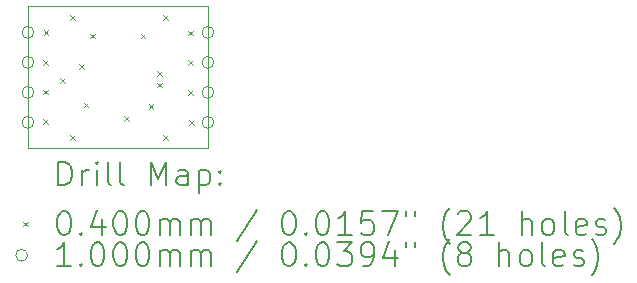
<source format=gbr>
%TF.GenerationSoftware,KiCad,Pcbnew,9.0.7+1*%
%TF.CreationDate,2026-02-23T17:06:25+01:00*%
%TF.ProjectId,ts17-tropic01-mini,74733137-2d74-4726-9f70-696330312d6d,rev?*%
%TF.SameCoordinates,Original*%
%TF.FileFunction,Drillmap*%
%TF.FilePolarity,Positive*%
%FSLAX45Y45*%
G04 Gerber Fmt 4.5, Leading zero omitted, Abs format (unit mm)*
G04 Created by KiCad (PCBNEW 9.0.7+1) date 2026-02-23 17:06:25*
%MOMM*%
%LPD*%
G01*
G04 APERTURE LIST*
%ADD10C,0.050000*%
%ADD11C,0.200000*%
%ADD12C,0.100000*%
G04 APERTURE END LIST*
D10*
X13000000Y-10200000D02*
X13000000Y-9000000D01*
X14524000Y-10200000D02*
X13000000Y-10200000D01*
X13000000Y-9000000D02*
X14524000Y-9000000D01*
X14524000Y-9000000D02*
X14524000Y-10200000D01*
D11*
D12*
X13130000Y-9455000D02*
X13170000Y-9495000D01*
X13170000Y-9455000D02*
X13130000Y-9495000D01*
X13130000Y-9705000D02*
X13170000Y-9745000D01*
X13170000Y-9705000D02*
X13130000Y-9745000D01*
X13130000Y-9955000D02*
X13170000Y-9995000D01*
X13170000Y-9955000D02*
X13130000Y-9995000D01*
X13134000Y-9199000D02*
X13174000Y-9239000D01*
X13174000Y-9199000D02*
X13134000Y-9239000D01*
X13275082Y-9609918D02*
X13315082Y-9649918D01*
X13315082Y-9609918D02*
X13275082Y-9649918D01*
X13356400Y-9072400D02*
X13396400Y-9112400D01*
X13396400Y-9072400D02*
X13356400Y-9112400D01*
X13356400Y-10088400D02*
X13396400Y-10128400D01*
X13396400Y-10088400D02*
X13356400Y-10128400D01*
X13432000Y-9490000D02*
X13472000Y-9530000D01*
X13472000Y-9490000D02*
X13432000Y-9530000D01*
X13473000Y-9814000D02*
X13513000Y-9854000D01*
X13513000Y-9814000D02*
X13473000Y-9854000D01*
X13530000Y-9230000D02*
X13570000Y-9270000D01*
X13570000Y-9230000D02*
X13530000Y-9270000D01*
X13817000Y-9930000D02*
X13857000Y-9970000D01*
X13857000Y-9930000D02*
X13817000Y-9970000D01*
X13955000Y-9230000D02*
X13995000Y-9270000D01*
X13995000Y-9230000D02*
X13955000Y-9270000D01*
X14022000Y-9830000D02*
X14062000Y-9870000D01*
X14062000Y-9830000D02*
X14022000Y-9870000D01*
X14092000Y-9545000D02*
X14132000Y-9585000D01*
X14132000Y-9545000D02*
X14092000Y-9585000D01*
X14092000Y-9645000D02*
X14132000Y-9685000D01*
X14132000Y-9645000D02*
X14092000Y-9685000D01*
X14143800Y-9072400D02*
X14183800Y-9112400D01*
X14183800Y-9072400D02*
X14143800Y-9112400D01*
X14143800Y-10088400D02*
X14183800Y-10128400D01*
X14183800Y-10088400D02*
X14143800Y-10128400D01*
X14355000Y-9205000D02*
X14395000Y-9245000D01*
X14395000Y-9205000D02*
X14355000Y-9245000D01*
X14355000Y-9453000D02*
X14395000Y-9493000D01*
X14395000Y-9453000D02*
X14355000Y-9493000D01*
X14355000Y-9707000D02*
X14395000Y-9747000D01*
X14395000Y-9707000D02*
X14355000Y-9747000D01*
X14364000Y-9961000D02*
X14404000Y-10001000D01*
X14404000Y-9961000D02*
X14364000Y-10001000D01*
X13050000Y-9219000D02*
G75*
G02*
X12950000Y-9219000I-50000J0D01*
G01*
X12950000Y-9219000D02*
G75*
G02*
X13050000Y-9219000I50000J0D01*
G01*
X13050000Y-9473000D02*
G75*
G02*
X12950000Y-9473000I-50000J0D01*
G01*
X12950000Y-9473000D02*
G75*
G02*
X13050000Y-9473000I50000J0D01*
G01*
X13050000Y-9727000D02*
G75*
G02*
X12950000Y-9727000I-50000J0D01*
G01*
X12950000Y-9727000D02*
G75*
G02*
X13050000Y-9727000I50000J0D01*
G01*
X13050000Y-9981000D02*
G75*
G02*
X12950000Y-9981000I-50000J0D01*
G01*
X12950000Y-9981000D02*
G75*
G02*
X13050000Y-9981000I50000J0D01*
G01*
X14574000Y-9219000D02*
G75*
G02*
X14474000Y-9219000I-50000J0D01*
G01*
X14474000Y-9219000D02*
G75*
G02*
X14574000Y-9219000I50000J0D01*
G01*
X14574000Y-9473000D02*
G75*
G02*
X14474000Y-9473000I-50000J0D01*
G01*
X14474000Y-9473000D02*
G75*
G02*
X14574000Y-9473000I50000J0D01*
G01*
X14574000Y-9727000D02*
G75*
G02*
X14474000Y-9727000I-50000J0D01*
G01*
X14474000Y-9727000D02*
G75*
G02*
X14574000Y-9727000I50000J0D01*
G01*
X14574000Y-9981000D02*
G75*
G02*
X14474000Y-9981000I-50000J0D01*
G01*
X14474000Y-9981000D02*
G75*
G02*
X14574000Y-9981000I50000J0D01*
G01*
D11*
X13258277Y-10513984D02*
X13258277Y-10313984D01*
X13258277Y-10313984D02*
X13305896Y-10313984D01*
X13305896Y-10313984D02*
X13334467Y-10323508D01*
X13334467Y-10323508D02*
X13353515Y-10342555D01*
X13353515Y-10342555D02*
X13363039Y-10361603D01*
X13363039Y-10361603D02*
X13372562Y-10399698D01*
X13372562Y-10399698D02*
X13372562Y-10428270D01*
X13372562Y-10428270D02*
X13363039Y-10466365D01*
X13363039Y-10466365D02*
X13353515Y-10485412D01*
X13353515Y-10485412D02*
X13334467Y-10504460D01*
X13334467Y-10504460D02*
X13305896Y-10513984D01*
X13305896Y-10513984D02*
X13258277Y-10513984D01*
X13458277Y-10513984D02*
X13458277Y-10380650D01*
X13458277Y-10418746D02*
X13467801Y-10399698D01*
X13467801Y-10399698D02*
X13477324Y-10390174D01*
X13477324Y-10390174D02*
X13496372Y-10380650D01*
X13496372Y-10380650D02*
X13515420Y-10380650D01*
X13582086Y-10513984D02*
X13582086Y-10380650D01*
X13582086Y-10313984D02*
X13572562Y-10323508D01*
X13572562Y-10323508D02*
X13582086Y-10333031D01*
X13582086Y-10333031D02*
X13591610Y-10323508D01*
X13591610Y-10323508D02*
X13582086Y-10313984D01*
X13582086Y-10313984D02*
X13582086Y-10333031D01*
X13705896Y-10513984D02*
X13686848Y-10504460D01*
X13686848Y-10504460D02*
X13677324Y-10485412D01*
X13677324Y-10485412D02*
X13677324Y-10313984D01*
X13810658Y-10513984D02*
X13791610Y-10504460D01*
X13791610Y-10504460D02*
X13782086Y-10485412D01*
X13782086Y-10485412D02*
X13782086Y-10313984D01*
X14039229Y-10513984D02*
X14039229Y-10313984D01*
X14039229Y-10313984D02*
X14105896Y-10456841D01*
X14105896Y-10456841D02*
X14172562Y-10313984D01*
X14172562Y-10313984D02*
X14172562Y-10513984D01*
X14353515Y-10513984D02*
X14353515Y-10409222D01*
X14353515Y-10409222D02*
X14343991Y-10390174D01*
X14343991Y-10390174D02*
X14324943Y-10380650D01*
X14324943Y-10380650D02*
X14286848Y-10380650D01*
X14286848Y-10380650D02*
X14267801Y-10390174D01*
X14353515Y-10504460D02*
X14334467Y-10513984D01*
X14334467Y-10513984D02*
X14286848Y-10513984D01*
X14286848Y-10513984D02*
X14267801Y-10504460D01*
X14267801Y-10504460D02*
X14258277Y-10485412D01*
X14258277Y-10485412D02*
X14258277Y-10466365D01*
X14258277Y-10466365D02*
X14267801Y-10447317D01*
X14267801Y-10447317D02*
X14286848Y-10437793D01*
X14286848Y-10437793D02*
X14334467Y-10437793D01*
X14334467Y-10437793D02*
X14353515Y-10428270D01*
X14448753Y-10380650D02*
X14448753Y-10580650D01*
X14448753Y-10390174D02*
X14467801Y-10380650D01*
X14467801Y-10380650D02*
X14505896Y-10380650D01*
X14505896Y-10380650D02*
X14524943Y-10390174D01*
X14524943Y-10390174D02*
X14534467Y-10399698D01*
X14534467Y-10399698D02*
X14543991Y-10418746D01*
X14543991Y-10418746D02*
X14543991Y-10475889D01*
X14543991Y-10475889D02*
X14534467Y-10494936D01*
X14534467Y-10494936D02*
X14524943Y-10504460D01*
X14524943Y-10504460D02*
X14505896Y-10513984D01*
X14505896Y-10513984D02*
X14467801Y-10513984D01*
X14467801Y-10513984D02*
X14448753Y-10504460D01*
X14629705Y-10494936D02*
X14639229Y-10504460D01*
X14639229Y-10504460D02*
X14629705Y-10513984D01*
X14629705Y-10513984D02*
X14620182Y-10504460D01*
X14620182Y-10504460D02*
X14629705Y-10494936D01*
X14629705Y-10494936D02*
X14629705Y-10513984D01*
X14629705Y-10390174D02*
X14639229Y-10399698D01*
X14639229Y-10399698D02*
X14629705Y-10409222D01*
X14629705Y-10409222D02*
X14620182Y-10399698D01*
X14620182Y-10399698D02*
X14629705Y-10390174D01*
X14629705Y-10390174D02*
X14629705Y-10409222D01*
D12*
X12957500Y-10822500D02*
X12997500Y-10862500D01*
X12997500Y-10822500D02*
X12957500Y-10862500D01*
D11*
X13296372Y-10733984D02*
X13315420Y-10733984D01*
X13315420Y-10733984D02*
X13334467Y-10743508D01*
X13334467Y-10743508D02*
X13343991Y-10753031D01*
X13343991Y-10753031D02*
X13353515Y-10772079D01*
X13353515Y-10772079D02*
X13363039Y-10810174D01*
X13363039Y-10810174D02*
X13363039Y-10857793D01*
X13363039Y-10857793D02*
X13353515Y-10895889D01*
X13353515Y-10895889D02*
X13343991Y-10914936D01*
X13343991Y-10914936D02*
X13334467Y-10924460D01*
X13334467Y-10924460D02*
X13315420Y-10933984D01*
X13315420Y-10933984D02*
X13296372Y-10933984D01*
X13296372Y-10933984D02*
X13277324Y-10924460D01*
X13277324Y-10924460D02*
X13267801Y-10914936D01*
X13267801Y-10914936D02*
X13258277Y-10895889D01*
X13258277Y-10895889D02*
X13248753Y-10857793D01*
X13248753Y-10857793D02*
X13248753Y-10810174D01*
X13248753Y-10810174D02*
X13258277Y-10772079D01*
X13258277Y-10772079D02*
X13267801Y-10753031D01*
X13267801Y-10753031D02*
X13277324Y-10743508D01*
X13277324Y-10743508D02*
X13296372Y-10733984D01*
X13448753Y-10914936D02*
X13458277Y-10924460D01*
X13458277Y-10924460D02*
X13448753Y-10933984D01*
X13448753Y-10933984D02*
X13439229Y-10924460D01*
X13439229Y-10924460D02*
X13448753Y-10914936D01*
X13448753Y-10914936D02*
X13448753Y-10933984D01*
X13629705Y-10800650D02*
X13629705Y-10933984D01*
X13582086Y-10724460D02*
X13534467Y-10867317D01*
X13534467Y-10867317D02*
X13658277Y-10867317D01*
X13772562Y-10733984D02*
X13791610Y-10733984D01*
X13791610Y-10733984D02*
X13810658Y-10743508D01*
X13810658Y-10743508D02*
X13820182Y-10753031D01*
X13820182Y-10753031D02*
X13829705Y-10772079D01*
X13829705Y-10772079D02*
X13839229Y-10810174D01*
X13839229Y-10810174D02*
X13839229Y-10857793D01*
X13839229Y-10857793D02*
X13829705Y-10895889D01*
X13829705Y-10895889D02*
X13820182Y-10914936D01*
X13820182Y-10914936D02*
X13810658Y-10924460D01*
X13810658Y-10924460D02*
X13791610Y-10933984D01*
X13791610Y-10933984D02*
X13772562Y-10933984D01*
X13772562Y-10933984D02*
X13753515Y-10924460D01*
X13753515Y-10924460D02*
X13743991Y-10914936D01*
X13743991Y-10914936D02*
X13734467Y-10895889D01*
X13734467Y-10895889D02*
X13724943Y-10857793D01*
X13724943Y-10857793D02*
X13724943Y-10810174D01*
X13724943Y-10810174D02*
X13734467Y-10772079D01*
X13734467Y-10772079D02*
X13743991Y-10753031D01*
X13743991Y-10753031D02*
X13753515Y-10743508D01*
X13753515Y-10743508D02*
X13772562Y-10733984D01*
X13963039Y-10733984D02*
X13982086Y-10733984D01*
X13982086Y-10733984D02*
X14001134Y-10743508D01*
X14001134Y-10743508D02*
X14010658Y-10753031D01*
X14010658Y-10753031D02*
X14020182Y-10772079D01*
X14020182Y-10772079D02*
X14029705Y-10810174D01*
X14029705Y-10810174D02*
X14029705Y-10857793D01*
X14029705Y-10857793D02*
X14020182Y-10895889D01*
X14020182Y-10895889D02*
X14010658Y-10914936D01*
X14010658Y-10914936D02*
X14001134Y-10924460D01*
X14001134Y-10924460D02*
X13982086Y-10933984D01*
X13982086Y-10933984D02*
X13963039Y-10933984D01*
X13963039Y-10933984D02*
X13943991Y-10924460D01*
X13943991Y-10924460D02*
X13934467Y-10914936D01*
X13934467Y-10914936D02*
X13924943Y-10895889D01*
X13924943Y-10895889D02*
X13915420Y-10857793D01*
X13915420Y-10857793D02*
X13915420Y-10810174D01*
X13915420Y-10810174D02*
X13924943Y-10772079D01*
X13924943Y-10772079D02*
X13934467Y-10753031D01*
X13934467Y-10753031D02*
X13943991Y-10743508D01*
X13943991Y-10743508D02*
X13963039Y-10733984D01*
X14115420Y-10933984D02*
X14115420Y-10800650D01*
X14115420Y-10819698D02*
X14124943Y-10810174D01*
X14124943Y-10810174D02*
X14143991Y-10800650D01*
X14143991Y-10800650D02*
X14172563Y-10800650D01*
X14172563Y-10800650D02*
X14191610Y-10810174D01*
X14191610Y-10810174D02*
X14201134Y-10829222D01*
X14201134Y-10829222D02*
X14201134Y-10933984D01*
X14201134Y-10829222D02*
X14210658Y-10810174D01*
X14210658Y-10810174D02*
X14229705Y-10800650D01*
X14229705Y-10800650D02*
X14258277Y-10800650D01*
X14258277Y-10800650D02*
X14277324Y-10810174D01*
X14277324Y-10810174D02*
X14286848Y-10829222D01*
X14286848Y-10829222D02*
X14286848Y-10933984D01*
X14382086Y-10933984D02*
X14382086Y-10800650D01*
X14382086Y-10819698D02*
X14391610Y-10810174D01*
X14391610Y-10810174D02*
X14410658Y-10800650D01*
X14410658Y-10800650D02*
X14439229Y-10800650D01*
X14439229Y-10800650D02*
X14458277Y-10810174D01*
X14458277Y-10810174D02*
X14467801Y-10829222D01*
X14467801Y-10829222D02*
X14467801Y-10933984D01*
X14467801Y-10829222D02*
X14477324Y-10810174D01*
X14477324Y-10810174D02*
X14496372Y-10800650D01*
X14496372Y-10800650D02*
X14524943Y-10800650D01*
X14524943Y-10800650D02*
X14543991Y-10810174D01*
X14543991Y-10810174D02*
X14553515Y-10829222D01*
X14553515Y-10829222D02*
X14553515Y-10933984D01*
X14943991Y-10724460D02*
X14772563Y-10981603D01*
X15201134Y-10733984D02*
X15220182Y-10733984D01*
X15220182Y-10733984D02*
X15239229Y-10743508D01*
X15239229Y-10743508D02*
X15248753Y-10753031D01*
X15248753Y-10753031D02*
X15258277Y-10772079D01*
X15258277Y-10772079D02*
X15267801Y-10810174D01*
X15267801Y-10810174D02*
X15267801Y-10857793D01*
X15267801Y-10857793D02*
X15258277Y-10895889D01*
X15258277Y-10895889D02*
X15248753Y-10914936D01*
X15248753Y-10914936D02*
X15239229Y-10924460D01*
X15239229Y-10924460D02*
X15220182Y-10933984D01*
X15220182Y-10933984D02*
X15201134Y-10933984D01*
X15201134Y-10933984D02*
X15182086Y-10924460D01*
X15182086Y-10924460D02*
X15172563Y-10914936D01*
X15172563Y-10914936D02*
X15163039Y-10895889D01*
X15163039Y-10895889D02*
X15153515Y-10857793D01*
X15153515Y-10857793D02*
X15153515Y-10810174D01*
X15153515Y-10810174D02*
X15163039Y-10772079D01*
X15163039Y-10772079D02*
X15172563Y-10753031D01*
X15172563Y-10753031D02*
X15182086Y-10743508D01*
X15182086Y-10743508D02*
X15201134Y-10733984D01*
X15353515Y-10914936D02*
X15363039Y-10924460D01*
X15363039Y-10924460D02*
X15353515Y-10933984D01*
X15353515Y-10933984D02*
X15343991Y-10924460D01*
X15343991Y-10924460D02*
X15353515Y-10914936D01*
X15353515Y-10914936D02*
X15353515Y-10933984D01*
X15486848Y-10733984D02*
X15505896Y-10733984D01*
X15505896Y-10733984D02*
X15524944Y-10743508D01*
X15524944Y-10743508D02*
X15534467Y-10753031D01*
X15534467Y-10753031D02*
X15543991Y-10772079D01*
X15543991Y-10772079D02*
X15553515Y-10810174D01*
X15553515Y-10810174D02*
X15553515Y-10857793D01*
X15553515Y-10857793D02*
X15543991Y-10895889D01*
X15543991Y-10895889D02*
X15534467Y-10914936D01*
X15534467Y-10914936D02*
X15524944Y-10924460D01*
X15524944Y-10924460D02*
X15505896Y-10933984D01*
X15505896Y-10933984D02*
X15486848Y-10933984D01*
X15486848Y-10933984D02*
X15467801Y-10924460D01*
X15467801Y-10924460D02*
X15458277Y-10914936D01*
X15458277Y-10914936D02*
X15448753Y-10895889D01*
X15448753Y-10895889D02*
X15439229Y-10857793D01*
X15439229Y-10857793D02*
X15439229Y-10810174D01*
X15439229Y-10810174D02*
X15448753Y-10772079D01*
X15448753Y-10772079D02*
X15458277Y-10753031D01*
X15458277Y-10753031D02*
X15467801Y-10743508D01*
X15467801Y-10743508D02*
X15486848Y-10733984D01*
X15743991Y-10933984D02*
X15629706Y-10933984D01*
X15686848Y-10933984D02*
X15686848Y-10733984D01*
X15686848Y-10733984D02*
X15667801Y-10762555D01*
X15667801Y-10762555D02*
X15648753Y-10781603D01*
X15648753Y-10781603D02*
X15629706Y-10791127D01*
X15924944Y-10733984D02*
X15829706Y-10733984D01*
X15829706Y-10733984D02*
X15820182Y-10829222D01*
X15820182Y-10829222D02*
X15829706Y-10819698D01*
X15829706Y-10819698D02*
X15848753Y-10810174D01*
X15848753Y-10810174D02*
X15896372Y-10810174D01*
X15896372Y-10810174D02*
X15915420Y-10819698D01*
X15915420Y-10819698D02*
X15924944Y-10829222D01*
X15924944Y-10829222D02*
X15934467Y-10848270D01*
X15934467Y-10848270D02*
X15934467Y-10895889D01*
X15934467Y-10895889D02*
X15924944Y-10914936D01*
X15924944Y-10914936D02*
X15915420Y-10924460D01*
X15915420Y-10924460D02*
X15896372Y-10933984D01*
X15896372Y-10933984D02*
X15848753Y-10933984D01*
X15848753Y-10933984D02*
X15829706Y-10924460D01*
X15829706Y-10924460D02*
X15820182Y-10914936D01*
X16001134Y-10733984D02*
X16134467Y-10733984D01*
X16134467Y-10733984D02*
X16048753Y-10933984D01*
X16201134Y-10733984D02*
X16201134Y-10772079D01*
X16277325Y-10733984D02*
X16277325Y-10772079D01*
X16572563Y-11010174D02*
X16563039Y-11000650D01*
X16563039Y-11000650D02*
X16543991Y-10972079D01*
X16543991Y-10972079D02*
X16534468Y-10953031D01*
X16534468Y-10953031D02*
X16524944Y-10924460D01*
X16524944Y-10924460D02*
X16515420Y-10876841D01*
X16515420Y-10876841D02*
X16515420Y-10838746D01*
X16515420Y-10838746D02*
X16524944Y-10791127D01*
X16524944Y-10791127D02*
X16534468Y-10762555D01*
X16534468Y-10762555D02*
X16543991Y-10743508D01*
X16543991Y-10743508D02*
X16563039Y-10714936D01*
X16563039Y-10714936D02*
X16572563Y-10705412D01*
X16639229Y-10753031D02*
X16648753Y-10743508D01*
X16648753Y-10743508D02*
X16667801Y-10733984D01*
X16667801Y-10733984D02*
X16715420Y-10733984D01*
X16715420Y-10733984D02*
X16734468Y-10743508D01*
X16734468Y-10743508D02*
X16743991Y-10753031D01*
X16743991Y-10753031D02*
X16753515Y-10772079D01*
X16753515Y-10772079D02*
X16753515Y-10791127D01*
X16753515Y-10791127D02*
X16743991Y-10819698D01*
X16743991Y-10819698D02*
X16629706Y-10933984D01*
X16629706Y-10933984D02*
X16753515Y-10933984D01*
X16943991Y-10933984D02*
X16829706Y-10933984D01*
X16886849Y-10933984D02*
X16886849Y-10733984D01*
X16886849Y-10733984D02*
X16867801Y-10762555D01*
X16867801Y-10762555D02*
X16848753Y-10781603D01*
X16848753Y-10781603D02*
X16829706Y-10791127D01*
X17182087Y-10933984D02*
X17182087Y-10733984D01*
X17267801Y-10933984D02*
X17267801Y-10829222D01*
X17267801Y-10829222D02*
X17258277Y-10810174D01*
X17258277Y-10810174D02*
X17239230Y-10800650D01*
X17239230Y-10800650D02*
X17210658Y-10800650D01*
X17210658Y-10800650D02*
X17191611Y-10810174D01*
X17191611Y-10810174D02*
X17182087Y-10819698D01*
X17391611Y-10933984D02*
X17372563Y-10924460D01*
X17372563Y-10924460D02*
X17363039Y-10914936D01*
X17363039Y-10914936D02*
X17353515Y-10895889D01*
X17353515Y-10895889D02*
X17353515Y-10838746D01*
X17353515Y-10838746D02*
X17363039Y-10819698D01*
X17363039Y-10819698D02*
X17372563Y-10810174D01*
X17372563Y-10810174D02*
X17391611Y-10800650D01*
X17391611Y-10800650D02*
X17420182Y-10800650D01*
X17420182Y-10800650D02*
X17439230Y-10810174D01*
X17439230Y-10810174D02*
X17448753Y-10819698D01*
X17448753Y-10819698D02*
X17458277Y-10838746D01*
X17458277Y-10838746D02*
X17458277Y-10895889D01*
X17458277Y-10895889D02*
X17448753Y-10914936D01*
X17448753Y-10914936D02*
X17439230Y-10924460D01*
X17439230Y-10924460D02*
X17420182Y-10933984D01*
X17420182Y-10933984D02*
X17391611Y-10933984D01*
X17572563Y-10933984D02*
X17553515Y-10924460D01*
X17553515Y-10924460D02*
X17543992Y-10905412D01*
X17543992Y-10905412D02*
X17543992Y-10733984D01*
X17724944Y-10924460D02*
X17705896Y-10933984D01*
X17705896Y-10933984D02*
X17667801Y-10933984D01*
X17667801Y-10933984D02*
X17648753Y-10924460D01*
X17648753Y-10924460D02*
X17639230Y-10905412D01*
X17639230Y-10905412D02*
X17639230Y-10829222D01*
X17639230Y-10829222D02*
X17648753Y-10810174D01*
X17648753Y-10810174D02*
X17667801Y-10800650D01*
X17667801Y-10800650D02*
X17705896Y-10800650D01*
X17705896Y-10800650D02*
X17724944Y-10810174D01*
X17724944Y-10810174D02*
X17734468Y-10829222D01*
X17734468Y-10829222D02*
X17734468Y-10848270D01*
X17734468Y-10848270D02*
X17639230Y-10867317D01*
X17810658Y-10924460D02*
X17829706Y-10933984D01*
X17829706Y-10933984D02*
X17867801Y-10933984D01*
X17867801Y-10933984D02*
X17886849Y-10924460D01*
X17886849Y-10924460D02*
X17896373Y-10905412D01*
X17896373Y-10905412D02*
X17896373Y-10895889D01*
X17896373Y-10895889D02*
X17886849Y-10876841D01*
X17886849Y-10876841D02*
X17867801Y-10867317D01*
X17867801Y-10867317D02*
X17839230Y-10867317D01*
X17839230Y-10867317D02*
X17820182Y-10857793D01*
X17820182Y-10857793D02*
X17810658Y-10838746D01*
X17810658Y-10838746D02*
X17810658Y-10829222D01*
X17810658Y-10829222D02*
X17820182Y-10810174D01*
X17820182Y-10810174D02*
X17839230Y-10800650D01*
X17839230Y-10800650D02*
X17867801Y-10800650D01*
X17867801Y-10800650D02*
X17886849Y-10810174D01*
X17963039Y-11010174D02*
X17972563Y-11000650D01*
X17972563Y-11000650D02*
X17991611Y-10972079D01*
X17991611Y-10972079D02*
X18001134Y-10953031D01*
X18001134Y-10953031D02*
X18010658Y-10924460D01*
X18010658Y-10924460D02*
X18020182Y-10876841D01*
X18020182Y-10876841D02*
X18020182Y-10838746D01*
X18020182Y-10838746D02*
X18010658Y-10791127D01*
X18010658Y-10791127D02*
X18001134Y-10762555D01*
X18001134Y-10762555D02*
X17991611Y-10743508D01*
X17991611Y-10743508D02*
X17972563Y-10714936D01*
X17972563Y-10714936D02*
X17963039Y-10705412D01*
D12*
X12997500Y-11106500D02*
G75*
G02*
X12897500Y-11106500I-50000J0D01*
G01*
X12897500Y-11106500D02*
G75*
G02*
X12997500Y-11106500I50000J0D01*
G01*
D11*
X13363039Y-11197984D02*
X13248753Y-11197984D01*
X13305896Y-11197984D02*
X13305896Y-10997984D01*
X13305896Y-10997984D02*
X13286848Y-11026555D01*
X13286848Y-11026555D02*
X13267801Y-11045603D01*
X13267801Y-11045603D02*
X13248753Y-11055127D01*
X13448753Y-11178936D02*
X13458277Y-11188460D01*
X13458277Y-11188460D02*
X13448753Y-11197984D01*
X13448753Y-11197984D02*
X13439229Y-11188460D01*
X13439229Y-11188460D02*
X13448753Y-11178936D01*
X13448753Y-11178936D02*
X13448753Y-11197984D01*
X13582086Y-10997984D02*
X13601134Y-10997984D01*
X13601134Y-10997984D02*
X13620182Y-11007508D01*
X13620182Y-11007508D02*
X13629705Y-11017031D01*
X13629705Y-11017031D02*
X13639229Y-11036079D01*
X13639229Y-11036079D02*
X13648753Y-11074174D01*
X13648753Y-11074174D02*
X13648753Y-11121793D01*
X13648753Y-11121793D02*
X13639229Y-11159889D01*
X13639229Y-11159889D02*
X13629705Y-11178936D01*
X13629705Y-11178936D02*
X13620182Y-11188460D01*
X13620182Y-11188460D02*
X13601134Y-11197984D01*
X13601134Y-11197984D02*
X13582086Y-11197984D01*
X13582086Y-11197984D02*
X13563039Y-11188460D01*
X13563039Y-11188460D02*
X13553515Y-11178936D01*
X13553515Y-11178936D02*
X13543991Y-11159889D01*
X13543991Y-11159889D02*
X13534467Y-11121793D01*
X13534467Y-11121793D02*
X13534467Y-11074174D01*
X13534467Y-11074174D02*
X13543991Y-11036079D01*
X13543991Y-11036079D02*
X13553515Y-11017031D01*
X13553515Y-11017031D02*
X13563039Y-11007508D01*
X13563039Y-11007508D02*
X13582086Y-10997984D01*
X13772562Y-10997984D02*
X13791610Y-10997984D01*
X13791610Y-10997984D02*
X13810658Y-11007508D01*
X13810658Y-11007508D02*
X13820182Y-11017031D01*
X13820182Y-11017031D02*
X13829705Y-11036079D01*
X13829705Y-11036079D02*
X13839229Y-11074174D01*
X13839229Y-11074174D02*
X13839229Y-11121793D01*
X13839229Y-11121793D02*
X13829705Y-11159889D01*
X13829705Y-11159889D02*
X13820182Y-11178936D01*
X13820182Y-11178936D02*
X13810658Y-11188460D01*
X13810658Y-11188460D02*
X13791610Y-11197984D01*
X13791610Y-11197984D02*
X13772562Y-11197984D01*
X13772562Y-11197984D02*
X13753515Y-11188460D01*
X13753515Y-11188460D02*
X13743991Y-11178936D01*
X13743991Y-11178936D02*
X13734467Y-11159889D01*
X13734467Y-11159889D02*
X13724943Y-11121793D01*
X13724943Y-11121793D02*
X13724943Y-11074174D01*
X13724943Y-11074174D02*
X13734467Y-11036079D01*
X13734467Y-11036079D02*
X13743991Y-11017031D01*
X13743991Y-11017031D02*
X13753515Y-11007508D01*
X13753515Y-11007508D02*
X13772562Y-10997984D01*
X13963039Y-10997984D02*
X13982086Y-10997984D01*
X13982086Y-10997984D02*
X14001134Y-11007508D01*
X14001134Y-11007508D02*
X14010658Y-11017031D01*
X14010658Y-11017031D02*
X14020182Y-11036079D01*
X14020182Y-11036079D02*
X14029705Y-11074174D01*
X14029705Y-11074174D02*
X14029705Y-11121793D01*
X14029705Y-11121793D02*
X14020182Y-11159889D01*
X14020182Y-11159889D02*
X14010658Y-11178936D01*
X14010658Y-11178936D02*
X14001134Y-11188460D01*
X14001134Y-11188460D02*
X13982086Y-11197984D01*
X13982086Y-11197984D02*
X13963039Y-11197984D01*
X13963039Y-11197984D02*
X13943991Y-11188460D01*
X13943991Y-11188460D02*
X13934467Y-11178936D01*
X13934467Y-11178936D02*
X13924943Y-11159889D01*
X13924943Y-11159889D02*
X13915420Y-11121793D01*
X13915420Y-11121793D02*
X13915420Y-11074174D01*
X13915420Y-11074174D02*
X13924943Y-11036079D01*
X13924943Y-11036079D02*
X13934467Y-11017031D01*
X13934467Y-11017031D02*
X13943991Y-11007508D01*
X13943991Y-11007508D02*
X13963039Y-10997984D01*
X14115420Y-11197984D02*
X14115420Y-11064650D01*
X14115420Y-11083698D02*
X14124943Y-11074174D01*
X14124943Y-11074174D02*
X14143991Y-11064650D01*
X14143991Y-11064650D02*
X14172563Y-11064650D01*
X14172563Y-11064650D02*
X14191610Y-11074174D01*
X14191610Y-11074174D02*
X14201134Y-11093222D01*
X14201134Y-11093222D02*
X14201134Y-11197984D01*
X14201134Y-11093222D02*
X14210658Y-11074174D01*
X14210658Y-11074174D02*
X14229705Y-11064650D01*
X14229705Y-11064650D02*
X14258277Y-11064650D01*
X14258277Y-11064650D02*
X14277324Y-11074174D01*
X14277324Y-11074174D02*
X14286848Y-11093222D01*
X14286848Y-11093222D02*
X14286848Y-11197984D01*
X14382086Y-11197984D02*
X14382086Y-11064650D01*
X14382086Y-11083698D02*
X14391610Y-11074174D01*
X14391610Y-11074174D02*
X14410658Y-11064650D01*
X14410658Y-11064650D02*
X14439229Y-11064650D01*
X14439229Y-11064650D02*
X14458277Y-11074174D01*
X14458277Y-11074174D02*
X14467801Y-11093222D01*
X14467801Y-11093222D02*
X14467801Y-11197984D01*
X14467801Y-11093222D02*
X14477324Y-11074174D01*
X14477324Y-11074174D02*
X14496372Y-11064650D01*
X14496372Y-11064650D02*
X14524943Y-11064650D01*
X14524943Y-11064650D02*
X14543991Y-11074174D01*
X14543991Y-11074174D02*
X14553515Y-11093222D01*
X14553515Y-11093222D02*
X14553515Y-11197984D01*
X14943991Y-10988460D02*
X14772563Y-11245603D01*
X15201134Y-10997984D02*
X15220182Y-10997984D01*
X15220182Y-10997984D02*
X15239229Y-11007508D01*
X15239229Y-11007508D02*
X15248753Y-11017031D01*
X15248753Y-11017031D02*
X15258277Y-11036079D01*
X15258277Y-11036079D02*
X15267801Y-11074174D01*
X15267801Y-11074174D02*
X15267801Y-11121793D01*
X15267801Y-11121793D02*
X15258277Y-11159889D01*
X15258277Y-11159889D02*
X15248753Y-11178936D01*
X15248753Y-11178936D02*
X15239229Y-11188460D01*
X15239229Y-11188460D02*
X15220182Y-11197984D01*
X15220182Y-11197984D02*
X15201134Y-11197984D01*
X15201134Y-11197984D02*
X15182086Y-11188460D01*
X15182086Y-11188460D02*
X15172563Y-11178936D01*
X15172563Y-11178936D02*
X15163039Y-11159889D01*
X15163039Y-11159889D02*
X15153515Y-11121793D01*
X15153515Y-11121793D02*
X15153515Y-11074174D01*
X15153515Y-11074174D02*
X15163039Y-11036079D01*
X15163039Y-11036079D02*
X15172563Y-11017031D01*
X15172563Y-11017031D02*
X15182086Y-11007508D01*
X15182086Y-11007508D02*
X15201134Y-10997984D01*
X15353515Y-11178936D02*
X15363039Y-11188460D01*
X15363039Y-11188460D02*
X15353515Y-11197984D01*
X15353515Y-11197984D02*
X15343991Y-11188460D01*
X15343991Y-11188460D02*
X15353515Y-11178936D01*
X15353515Y-11178936D02*
X15353515Y-11197984D01*
X15486848Y-10997984D02*
X15505896Y-10997984D01*
X15505896Y-10997984D02*
X15524944Y-11007508D01*
X15524944Y-11007508D02*
X15534467Y-11017031D01*
X15534467Y-11017031D02*
X15543991Y-11036079D01*
X15543991Y-11036079D02*
X15553515Y-11074174D01*
X15553515Y-11074174D02*
X15553515Y-11121793D01*
X15553515Y-11121793D02*
X15543991Y-11159889D01*
X15543991Y-11159889D02*
X15534467Y-11178936D01*
X15534467Y-11178936D02*
X15524944Y-11188460D01*
X15524944Y-11188460D02*
X15505896Y-11197984D01*
X15505896Y-11197984D02*
X15486848Y-11197984D01*
X15486848Y-11197984D02*
X15467801Y-11188460D01*
X15467801Y-11188460D02*
X15458277Y-11178936D01*
X15458277Y-11178936D02*
X15448753Y-11159889D01*
X15448753Y-11159889D02*
X15439229Y-11121793D01*
X15439229Y-11121793D02*
X15439229Y-11074174D01*
X15439229Y-11074174D02*
X15448753Y-11036079D01*
X15448753Y-11036079D02*
X15458277Y-11017031D01*
X15458277Y-11017031D02*
X15467801Y-11007508D01*
X15467801Y-11007508D02*
X15486848Y-10997984D01*
X15620182Y-10997984D02*
X15743991Y-10997984D01*
X15743991Y-10997984D02*
X15677325Y-11074174D01*
X15677325Y-11074174D02*
X15705896Y-11074174D01*
X15705896Y-11074174D02*
X15724944Y-11083698D01*
X15724944Y-11083698D02*
X15734467Y-11093222D01*
X15734467Y-11093222D02*
X15743991Y-11112270D01*
X15743991Y-11112270D02*
X15743991Y-11159889D01*
X15743991Y-11159889D02*
X15734467Y-11178936D01*
X15734467Y-11178936D02*
X15724944Y-11188460D01*
X15724944Y-11188460D02*
X15705896Y-11197984D01*
X15705896Y-11197984D02*
X15648753Y-11197984D01*
X15648753Y-11197984D02*
X15629706Y-11188460D01*
X15629706Y-11188460D02*
X15620182Y-11178936D01*
X15839229Y-11197984D02*
X15877325Y-11197984D01*
X15877325Y-11197984D02*
X15896372Y-11188460D01*
X15896372Y-11188460D02*
X15905896Y-11178936D01*
X15905896Y-11178936D02*
X15924944Y-11150365D01*
X15924944Y-11150365D02*
X15934467Y-11112270D01*
X15934467Y-11112270D02*
X15934467Y-11036079D01*
X15934467Y-11036079D02*
X15924944Y-11017031D01*
X15924944Y-11017031D02*
X15915420Y-11007508D01*
X15915420Y-11007508D02*
X15896372Y-10997984D01*
X15896372Y-10997984D02*
X15858277Y-10997984D01*
X15858277Y-10997984D02*
X15839229Y-11007508D01*
X15839229Y-11007508D02*
X15829706Y-11017031D01*
X15829706Y-11017031D02*
X15820182Y-11036079D01*
X15820182Y-11036079D02*
X15820182Y-11083698D01*
X15820182Y-11083698D02*
X15829706Y-11102746D01*
X15829706Y-11102746D02*
X15839229Y-11112270D01*
X15839229Y-11112270D02*
X15858277Y-11121793D01*
X15858277Y-11121793D02*
X15896372Y-11121793D01*
X15896372Y-11121793D02*
X15915420Y-11112270D01*
X15915420Y-11112270D02*
X15924944Y-11102746D01*
X15924944Y-11102746D02*
X15934467Y-11083698D01*
X16105896Y-11064650D02*
X16105896Y-11197984D01*
X16058277Y-10988460D02*
X16010658Y-11131317D01*
X16010658Y-11131317D02*
X16134467Y-11131317D01*
X16201134Y-10997984D02*
X16201134Y-11036079D01*
X16277325Y-10997984D02*
X16277325Y-11036079D01*
X16572563Y-11274174D02*
X16563039Y-11264650D01*
X16563039Y-11264650D02*
X16543991Y-11236079D01*
X16543991Y-11236079D02*
X16534468Y-11217031D01*
X16534468Y-11217031D02*
X16524944Y-11188460D01*
X16524944Y-11188460D02*
X16515420Y-11140841D01*
X16515420Y-11140841D02*
X16515420Y-11102746D01*
X16515420Y-11102746D02*
X16524944Y-11055127D01*
X16524944Y-11055127D02*
X16534468Y-11026555D01*
X16534468Y-11026555D02*
X16543991Y-11007508D01*
X16543991Y-11007508D02*
X16563039Y-10978936D01*
X16563039Y-10978936D02*
X16572563Y-10969412D01*
X16677325Y-11083698D02*
X16658277Y-11074174D01*
X16658277Y-11074174D02*
X16648753Y-11064650D01*
X16648753Y-11064650D02*
X16639229Y-11045603D01*
X16639229Y-11045603D02*
X16639229Y-11036079D01*
X16639229Y-11036079D02*
X16648753Y-11017031D01*
X16648753Y-11017031D02*
X16658277Y-11007508D01*
X16658277Y-11007508D02*
X16677325Y-10997984D01*
X16677325Y-10997984D02*
X16715420Y-10997984D01*
X16715420Y-10997984D02*
X16734468Y-11007508D01*
X16734468Y-11007508D02*
X16743991Y-11017031D01*
X16743991Y-11017031D02*
X16753515Y-11036079D01*
X16753515Y-11036079D02*
X16753515Y-11045603D01*
X16753515Y-11045603D02*
X16743991Y-11064650D01*
X16743991Y-11064650D02*
X16734468Y-11074174D01*
X16734468Y-11074174D02*
X16715420Y-11083698D01*
X16715420Y-11083698D02*
X16677325Y-11083698D01*
X16677325Y-11083698D02*
X16658277Y-11093222D01*
X16658277Y-11093222D02*
X16648753Y-11102746D01*
X16648753Y-11102746D02*
X16639229Y-11121793D01*
X16639229Y-11121793D02*
X16639229Y-11159889D01*
X16639229Y-11159889D02*
X16648753Y-11178936D01*
X16648753Y-11178936D02*
X16658277Y-11188460D01*
X16658277Y-11188460D02*
X16677325Y-11197984D01*
X16677325Y-11197984D02*
X16715420Y-11197984D01*
X16715420Y-11197984D02*
X16734468Y-11188460D01*
X16734468Y-11188460D02*
X16743991Y-11178936D01*
X16743991Y-11178936D02*
X16753515Y-11159889D01*
X16753515Y-11159889D02*
X16753515Y-11121793D01*
X16753515Y-11121793D02*
X16743991Y-11102746D01*
X16743991Y-11102746D02*
X16734468Y-11093222D01*
X16734468Y-11093222D02*
X16715420Y-11083698D01*
X16991611Y-11197984D02*
X16991611Y-10997984D01*
X17077325Y-11197984D02*
X17077325Y-11093222D01*
X17077325Y-11093222D02*
X17067801Y-11074174D01*
X17067801Y-11074174D02*
X17048753Y-11064650D01*
X17048753Y-11064650D02*
X17020182Y-11064650D01*
X17020182Y-11064650D02*
X17001134Y-11074174D01*
X17001134Y-11074174D02*
X16991611Y-11083698D01*
X17201134Y-11197984D02*
X17182087Y-11188460D01*
X17182087Y-11188460D02*
X17172563Y-11178936D01*
X17172563Y-11178936D02*
X17163039Y-11159889D01*
X17163039Y-11159889D02*
X17163039Y-11102746D01*
X17163039Y-11102746D02*
X17172563Y-11083698D01*
X17172563Y-11083698D02*
X17182087Y-11074174D01*
X17182087Y-11074174D02*
X17201134Y-11064650D01*
X17201134Y-11064650D02*
X17229706Y-11064650D01*
X17229706Y-11064650D02*
X17248753Y-11074174D01*
X17248753Y-11074174D02*
X17258277Y-11083698D01*
X17258277Y-11083698D02*
X17267801Y-11102746D01*
X17267801Y-11102746D02*
X17267801Y-11159889D01*
X17267801Y-11159889D02*
X17258277Y-11178936D01*
X17258277Y-11178936D02*
X17248753Y-11188460D01*
X17248753Y-11188460D02*
X17229706Y-11197984D01*
X17229706Y-11197984D02*
X17201134Y-11197984D01*
X17382087Y-11197984D02*
X17363039Y-11188460D01*
X17363039Y-11188460D02*
X17353515Y-11169412D01*
X17353515Y-11169412D02*
X17353515Y-10997984D01*
X17534468Y-11188460D02*
X17515420Y-11197984D01*
X17515420Y-11197984D02*
X17477325Y-11197984D01*
X17477325Y-11197984D02*
X17458277Y-11188460D01*
X17458277Y-11188460D02*
X17448753Y-11169412D01*
X17448753Y-11169412D02*
X17448753Y-11093222D01*
X17448753Y-11093222D02*
X17458277Y-11074174D01*
X17458277Y-11074174D02*
X17477325Y-11064650D01*
X17477325Y-11064650D02*
X17515420Y-11064650D01*
X17515420Y-11064650D02*
X17534468Y-11074174D01*
X17534468Y-11074174D02*
X17543992Y-11093222D01*
X17543992Y-11093222D02*
X17543992Y-11112270D01*
X17543992Y-11112270D02*
X17448753Y-11131317D01*
X17620182Y-11188460D02*
X17639230Y-11197984D01*
X17639230Y-11197984D02*
X17677325Y-11197984D01*
X17677325Y-11197984D02*
X17696373Y-11188460D01*
X17696373Y-11188460D02*
X17705896Y-11169412D01*
X17705896Y-11169412D02*
X17705896Y-11159889D01*
X17705896Y-11159889D02*
X17696373Y-11140841D01*
X17696373Y-11140841D02*
X17677325Y-11131317D01*
X17677325Y-11131317D02*
X17648753Y-11131317D01*
X17648753Y-11131317D02*
X17629706Y-11121793D01*
X17629706Y-11121793D02*
X17620182Y-11102746D01*
X17620182Y-11102746D02*
X17620182Y-11093222D01*
X17620182Y-11093222D02*
X17629706Y-11074174D01*
X17629706Y-11074174D02*
X17648753Y-11064650D01*
X17648753Y-11064650D02*
X17677325Y-11064650D01*
X17677325Y-11064650D02*
X17696373Y-11074174D01*
X17772563Y-11274174D02*
X17782087Y-11264650D01*
X17782087Y-11264650D02*
X17801134Y-11236079D01*
X17801134Y-11236079D02*
X17810658Y-11217031D01*
X17810658Y-11217031D02*
X17820182Y-11188460D01*
X17820182Y-11188460D02*
X17829706Y-11140841D01*
X17829706Y-11140841D02*
X17829706Y-11102746D01*
X17829706Y-11102746D02*
X17820182Y-11055127D01*
X17820182Y-11055127D02*
X17810658Y-11026555D01*
X17810658Y-11026555D02*
X17801134Y-11007508D01*
X17801134Y-11007508D02*
X17782087Y-10978936D01*
X17782087Y-10978936D02*
X17772563Y-10969412D01*
M02*

</source>
